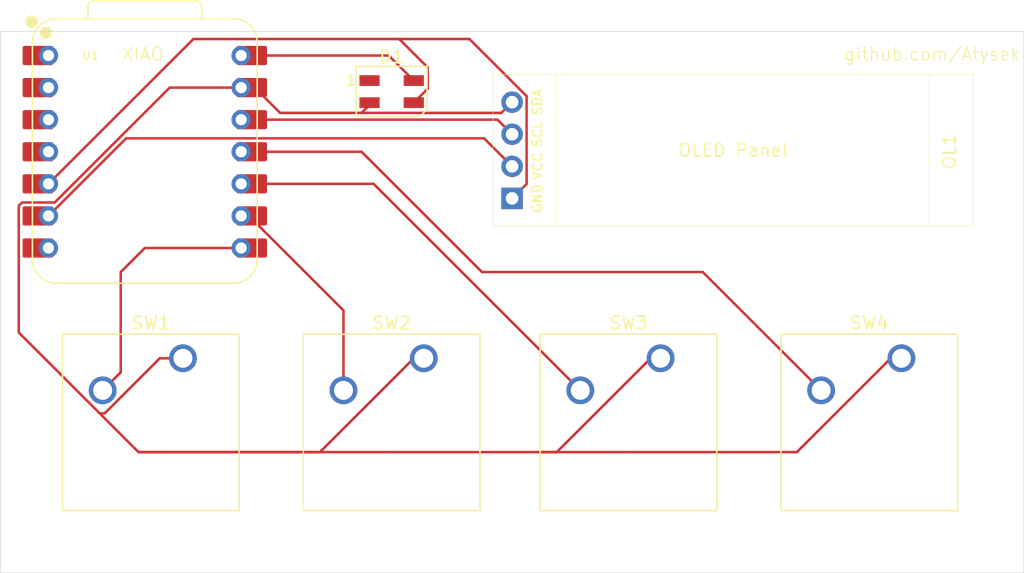
<source format=kicad_pcb>
(kicad_pcb (version 20241229) (generator "pcbnew") (generator_version "9.0")
  (layers (0 "F.Cu" signal) (2 "B.Cu" signal) (13 "F.Paste" user) (15 "B.Paste" user) (5 "F.SilkS" user "F.Silkscreen") (7 "B.SilkS" user "B.Silkscreen") (1 "F.Mask" user) (3 "B.Mask" user) (25 "Edge.Cuts" user))
  (net 0 "")
  (net 1 "+5V")
  (net 3 "Net-(D1-DIN)")
  (net 4 "GND")
  (net 5 "Net-(U1-GPIO1{slash}RX)")
  (net 6 "Net-(U1-GPIO2{slash}SCK)")
  (net 7 "Net-(U1-GPIO4{slash}MISO)")
  (net 8 "Net-(U1-GPIO3{slash}MOSI)")
  (net 12 "Net-(OL1-VCC)")
  (net 14 "Net-(OL1-SCL)")
  (footprint "Button_Switch_Keyboard:SW_Cherry_MX_1.00u_PCB" (layer "F.Cu") (at 121.285 99.695)
    (property "Reference" "SW3" (at -2.54 -2.794 0) (layer "F.SilkS"))
    (property "Value" "SW_Push")
    (fp_line (start -9.525 -1.905) (end 4.445 -1.905) (stroke (width 0.12)) (layer "F.SilkS"))
    (fp_line (start -9.525 12.065) (end -9.525 -1.905) (stroke (width 0.12)) (layer "F.SilkS"))
    (fp_line (start 4.445 -1.905) (end 4.445 12.065) (stroke (width 0.12)) (layer "F.SilkS"))
    (fp_line (start 4.445 12.065) (end -9.525 12.065) (stroke (width 0.12)) (layer "F.SilkS"))
    (pad "" np_thru_hole circle (at -7.62 5.08) (size 1.7 1.7) (drill 1.7) (layers "*.Cu" "*.Mask"))
    (pad "" np_thru_hole circle (at -2.54 5.08) (size 4 4) (drill 4) (layers "*.Cu" "*.Mask"))
    (pad "" np_thru_hole circle (at 2.54 5.08) (size 1.7 1.7) (drill 1.7) (layers "*.Cu" "*.Mask"))
    (pad "1" thru_hole circle (at 0 0) (size 2.2 2.2) (drill 1.5) (layers "*.Cu" "*.Mask") (net 4 "GND"))
    (pad "2" thru_hole circle (at -6.35 2.54) (size 2.2 2.2) (drill 1.5) (layers "*.Cu" "*.Mask") (net 7 "Net-(U1-GPIO4{slash}MISO)"))
  )
  (footprint "Button_Switch_Keyboard:SW_Cherry_MX_1.00u_PCB" (layer "F.Cu") (at 83.5025 99.695)
    (property "Reference" "SW1" (at -2.54 -2.794 0) (layer "F.SilkS"))
    (property "Value" "SW_Push")
    (fp_line (start -9.525 -1.905) (end 4.445 -1.905) (stroke (width 0.12)) (layer "F.SilkS"))
    (fp_line (start -9.525 12.065) (end -9.525 -1.905) (stroke (width 0.12)) (layer "F.SilkS"))
    (fp_line (start 4.445 -1.905) (end 4.445 12.065) (stroke (width 0.12)) (layer "F.SilkS"))
    (fp_line (start 4.445 12.065) (end -9.525 12.065) (stroke (width 0.12)) (layer "F.SilkS"))
    (pad "" np_thru_hole circle (at -7.62 5.08) (size 1.7 1.7) (drill 1.7) (layers "*.Cu" "*.Mask"))
    (pad "" np_thru_hole circle (at -2.54 5.08) (size 4 4) (drill 4) (layers "*.Cu" "*.Mask"))
    (pad "" np_thru_hole circle (at 2.54 5.08) (size 1.7 1.7) (drill 1.7) (layers "*.Cu" "*.Mask"))
    (pad "1" thru_hole circle (at 0 0) (size 2.2 2.2) (drill 1.5) (layers "*.Cu" "*.Mask") (net 4 "GND"))
    (pad "2" thru_hole circle (at -6.35 2.54) (size 2.2 2.2) (drill 1.5) (layers "*.Cu" "*.Mask") (net 5 "Net-(U1-GPIO1{slash}RX)"))
  )
  (footprint "OPL:XIAO-RP2040-DIP" (layer "F.Cu") (at 80.48625 83.34375)
    (property "Reference" "U1" (at -4.28625 -7.62 0) (layer "F.SilkS") (effects (font (size 0.635 0.635) (thickness 0.1016))))
    (property "Value" "XIAO-RP2040-DIP")
    (fp_line (start -8.89 8.509) (end -8.89 -8.636) (stroke (width 0.127)) (layer "F.SilkS"))
    (fp_line (start -6.985 10.414) (end 6.985 10.414) (stroke (width 0.127)) (layer "F.SilkS"))
    (fp_line (start -4.495 -10.541) (end -4.491272 -11.451272) (stroke (width 0.127)) (layer "F.SilkS"))
    (fp_line (start -3.991272 -11.951) (end 4.004 -11.951) (stroke (width 0.127)) (layer "F.SilkS"))
    (fp_line (start 4.504 -11.451) (end 4.504 -10.541) (stroke (width 0.127)) (layer "F.SilkS"))
    (fp_line (start 6.985 -10.541) (end -6.985 -10.541) (stroke (width 0.1)) (layer "F.SilkS"))
    (fp_line (start 6.985 -10.541) (end -6.985 -10.541) (stroke (width 0.127)) (layer "F.SilkS"))
    (fp_line (start 8.89 8.509) (end 8.89 -8.636) (stroke (width 0.127)) (layer "F.SilkS"))
    (fp_arc (start -8.89 -8.636) (mid -8.332038 -9.983038) (end -6.985 -10.541) (stroke (width 0.127)) (layer "F.SilkS"))
    (fp_arc (start -6.985 10.414) (mid -8.332038 9.856038) (end -8.89 8.509) (stroke (width 0.127)) (layer "F.SilkS"))
    (fp_arc (start -4.491272 -11.451272) (mid -4.344728 -11.80464) (end -3.991272 -11.951) (stroke (width 0.127)) (layer "F.SilkS"))
    (fp_arc (start 4.004 -11.951) (mid 4.357553 -11.804553) (end 4.504 -11.451) (stroke (width 0.127)) (layer "F.SilkS"))
    (fp_arc (start 6.985 -10.541) (mid 8.332038 -9.983038) (end 8.89 -8.636) (stroke (width 0.127)) (layer "F.SilkS"))
    (fp_arc (start 8.89 8.509) (mid 8.332038 9.856038) (end 6.985 10.414) (stroke (width 0.127)) (layer "F.SilkS"))
    (fp_circle (center -8.95 -10.3) (end -8.95 -10.554) (stroke (width 0.5)) (fill yes) (layer "F.SilkS"))
    (fp_circle (center -7.807 -9.42) (end -7.807 -9.674) (stroke (width 0.5)) (fill yes) (layer "F.SilkS"))
    (pad "1" smd roundrect (at -8.455 -7.62 180) (size 2.432 1.524) (layers "F.Cu" "F.Mask") (roundrect_rratio 0.1))
    (pad "1" thru_hole circle (at -7.62 -7.62 180) (size 1.524 1.524) (drill 0.889) (layers "*.Cu" "*.Mask"))
    (pad "2" smd roundrect (at -8.455 -5.08 180) (size 2.432 1.524) (layers "F.Cu" "F.Mask") (roundrect_rratio 0.1))
    (pad "2" thru_hole circle (at -7.62 -5.08 180) (size 1.524 1.524) (drill 0.889) (layers "*.Cu" "*.Mask"))
    (pad "3" smd roundrect (at -8.455 -2.54 180) (size 2.432 1.524) (layers "F.Cu" "F.Mask") (roundrect_rratio 0.1))
    (pad "3" thru_hole circle (at -7.62 -2.54 180) (size 1.524 1.524) (drill 0.889) (layers "*.Cu" "*.Mask"))
    (pad "4" smd roundrect (at -8.455 0 180) (size 2.432 1.524) (layers "F.Cu" "F.Mask") (roundrect_rratio 0.1))
    (pad "4" thru_hole circle (at -7.62 0 180) (size 1.524 1.524) (drill 0.889) (layers "*.Cu" "*.Mask"))
    (pad "5" smd roundrect (at -8.455 2.54 180) (size 2.432 1.524) (layers "F.Cu" "F.Mask") (roundrect_rratio 0.1) (net 3 "Net-(D1-DIN)"))
    (pad "5" thru_hole circle (at -7.62 2.54 180) (size 1.524 1.524) (drill 0.889) (layers "*.Cu" "*.Mask") (net 3 "Net-(D1-DIN)"))
    (pad "6" smd roundrect (at -8.455 5.08 180) (size 2.432 1.524) (layers "F.Cu" "F.Mask") (roundrect_rratio 0.1) (net 14 "Net-(OL1-SCL)"))
    (pad "6" thru_hole circle (at -7.62 5.08 180) (size 1.524 1.524) (drill 0.889) (layers "*.Cu" "*.Mask") (net 14 "Net-(OL1-SCL)"))
    (pad "7" smd roundrect (at -8.455 7.62 180) (size 2.432 1.524) (layers "F.Cu" "F.Mask") (roundrect_rratio 0.1))
    (pad "7" thru_hole circle (at -7.62 7.62 180) (size 1.524 1.524) (drill 0.889) (layers "*.Cu" "*.Mask"))
    (pad "8" thru_hole circle (at 7.62 7.62) (size 1.524 1.524) (drill 0.889) (layers "*.Cu" "*.Mask") (net 5 "Net-(U1-GPIO1{slash}RX)"))
    (pad "8" smd roundrect (at 8.455 7.62) (size 2.432 1.524) (layers "F.Cu" "F.Mask") (roundrect_rratio 0.1) (net 5 "Net-(U1-GPIO1{slash}RX)"))
    (pad "9" thru_hole circle (at 7.62 5.08) (size 1.524 1.524) (drill 0.889) (layers "*.Cu" "*.Mask") (net 6 "Net-(U1-GPIO2{slash}SCK)"))
    (pad "9" smd roundrect (at 8.455 5.08) (size 2.432 1.524) (layers "F.Cu" "F.Mask") (roundrect_rratio 0.1) (net 6 "Net-(U1-GPIO2{slash}SCK)"))
    (pad "10" thru_hole circle (at 7.62 2.54) (size 1.524 1.524) (drill 0.889) (layers "*.Cu" "*.Mask") (net 7 "Net-(U1-GPIO4{slash}MISO)"))
    (pad "10" smd roundrect (at 8.455 2.54) (size 2.432 1.524) (layers "F.Cu" "F.Mask") (roundrect_rratio 0.1) (net 7 "Net-(U1-GPIO4{slash}MISO)"))
    (pad "11" thru_hole circle (at 7.62 0) (size 1.524 1.524) (drill 0.889) (layers "*.Cu" "*.Mask") (net 8 "Net-(U1-GPIO3{slash}MOSI)"))
    (pad "11" smd roundrect (at 8.455 0) (size 2.432 1.524) (layers "F.Cu" "F.Mask") (roundrect_rratio 0.1) (net 8 "Net-(U1-GPIO3{slash}MOSI)"))
    (pad "12" thru_hole circle (at 7.62 -2.54) (size 1.524 1.524) (drill 0.889) (layers "*.Cu" "*.Mask") (net 12 "Net-(OL1-VCC)"))
    (pad "12" smd roundrect (at 8.455 -2.54) (size 2.432 1.524) (layers "F.Cu" "F.Mask") (roundrect_rratio 0.1) (net 12 "Net-(OL1-VCC)"))
    (pad "13" thru_hole circle (at 7.62 -5.08) (size 1.524 1.524) (drill 0.889) (layers "*.Cu" "*.Mask") (net 4 "GND"))
    (pad "13" smd roundrect (at 8.455 -5.08) (size 2.432 1.524) (layers "F.Cu" "F.Mask") (roundrect_rratio 0.1) (net 4 "GND"))
    (pad "14" thru_hole circle (at 7.62 -7.62) (size 1.524 1.524) (drill 0.889) (layers "*.Cu" "*.Mask") (net 1 "+5V"))
    (pad "14" smd roundrect (at 8.455 -7.62) (size 2.432 1.524) (layers "F.Cu" "F.Mask") (roundrect_rratio 0.1) (net 1 "+5V"))
  )
  (footprint "oled:SSD1306-0.91-OLED-4pin-128x32" (layer "F.Cu") (at 146.0375 89.22875 180)
    (property "Reference" "OL1" (at 1.9 5.91 90) (layer "F.SilkS"))
    (property "Value" "OLED")
    (fp_line (start 38 12) (end 38 0) (stroke (width 0.04)) (layer "F.SilkS"))
    (fp_line (start 38 0) (end 0 0) (stroke (width 0.04)) (layer "F.SilkS"))
    (fp_line (start 33 0) (end 33 12) (stroke (width 0.04)) (layer "F.SilkS"))
    (fp_line (start 3.5 0) (end 3.5 12) (stroke (width 0.04)) (layer "F.SilkS"))
    (fp_line (start 0 12) (end 38 12) (stroke (width 0.04)) (layer "F.SilkS"))
    (fp_line (start 0 0) (end 0 12) (stroke (width 0.04)) (layer "F.SilkS"))
    (fp_text user "SCL" (at 34.5 7.27 90) (layer "F.SilkS") (effects (font (size 0.75 0.75))))
    (fp_text user "VCC" (at 34.5 4.73 90) (layer "F.SilkS") (effects (font (size 0.75 0.75))))
    (fp_text user "SDA" (at 34.5 9.81 90) (layer "F.SilkS") (effects (font (size 0.75 0.75))))
    (fp_text user "OLED Panel" (at 19 6 0) (layer "F.SilkS"))
    (fp_text user "GND" (at 34.5 2.19 90) (layer "F.SilkS") (effects (font (size 0.75 0.75))))
    (pad "1" thru_hole rect (at 36.5 2.19 180) (size 1.7 1.7) (drill 1) (layers "*.Cu" "*.Mask") (net 3 "Net-(D1-DIN)"))
    (pad "2" thru_hole oval (at 36.5 4.73 180) (size 1.7 1.7) (drill 1) (layers "*.Cu" "*.Mask") (net 14 "Net-(OL1-SCL)"))
    (pad "3" thru_hole oval (at 36.5 7.27 180) (size 1.7 1.7) (drill 1) (layers "*.Cu" "*.Mask") (net 12 "Net-(OL1-VCC)"))
    (pad "4" thru_hole oval (at 36.5 9.81 180) (size 1.7 1.7) (drill 1) (layers "*.Cu" "*.Mask") (net 4 "GND"))
  )
  (footprint "LED_SMD:LED_SK6812MINI_PLCC4_3.5x3.5mm_P1.75mm" (layer "F.Cu") (at 100.0125 78.58125)
    (property "Reference" "D1" (at 0 -2.75 0) (layer "F.SilkS"))
    (property "Value" "SK6812MINI")
    (fp_line (start -2.8 -2) (end -2.8 2) (stroke (width 0.12)) (layer "F.SilkS"))
    (fp_line (start -2.8 -2) (end 2.8 -2) (stroke (width 0.12)) (layer "F.SilkS"))
    (fp_line (start -2.8 2) (end 2.2 2) (stroke (width 0.12)) (layer "F.SilkS"))
    (fp_line (start 2.8 1.4) (end 2.2 2) (stroke (width 0.12)) (layer "F.SilkS"))
    (fp_line (start 2.8 1.4) (end 2.8 -2) (stroke (width 0.12)) (layer "F.SilkS"))
    (fp_text user "1" (at -3.2 -0.875 0) (layer "F.SilkS") (effects (font (size 0.8 0.8))))
    (pad "1" smd rect (at -1.75 -0.875) (size 1.6 0.85) (layers "F.Cu" "F.Mask" "F.Paste"))
    (pad "2" smd rect (at -1.75 0.875) (size 1.6 0.85) (layers "F.Cu" "F.Mask" "F.Paste") (net 4 "GND"))
    (pad "3" smd rect (at 1.75 0.875) (size 1.6 0.85) (layers "F.Cu" "F.Mask" "F.Paste") (net 3 "Net-(D1-DIN)"))
    (pad "4" smd rect (at 1.75 -0.875) (size 1.6 0.85) (layers "F.Cu" "F.Mask" "F.Paste") (net 1 "+5V"))
  )
  (footprint "Button_Switch_Keyboard:SW_Cherry_MX_1.00u_PCB" (layer "F.Cu") (at 102.5525 99.695)
    (property "Reference" "SW2" (at -2.54 -2.794 0) (layer "F.SilkS"))
    (property "Value" "SW_Push")
    (fp_line (start -9.525 -1.905) (end 4.445 -1.905) (stroke (width 0.12)) (layer "F.SilkS"))
    (fp_line (start -9.525 12.065) (end -9.525 -1.905) (stroke (width 0.12)) (layer "F.SilkS"))
    (fp_line (start 4.445 -1.905) (end 4.445 12.065) (stroke (width 0.12)) (layer "F.SilkS"))
    (fp_line (start 4.445 12.065) (end -9.525 12.065) (stroke (width 0.12)) (layer "F.SilkS"))
    (pad "" np_thru_hole circle (at -7.62 5.08) (size 1.7 1.7) (drill 1.7) (layers "*.Cu" "*.Mask"))
    (pad "" np_thru_hole circle (at -2.54 5.08) (size 4 4) (drill 4) (layers "*.Cu" "*.Mask"))
    (pad "" np_thru_hole circle (at 2.54 5.08) (size 1.7 1.7) (drill 1.7) (layers "*.Cu" "*.Mask"))
    (pad "1" thru_hole circle (at 0 0) (size 2.2 2.2) (drill 1.5) (layers "*.Cu" "*.Mask") (net 4 "GND"))
    (pad "2" thru_hole circle (at -6.35 2.54) (size 2.2 2.2) (drill 1.5) (layers "*.Cu" "*.Mask") (net 6 "Net-(U1-GPIO2{slash}SCK)"))
  )
  (footprint "Button_Switch_Keyboard:SW_Cherry_MX_1.00u_PCB" (layer "F.Cu") (at 140.335 99.695)
    (property "Reference" "SW4" (at -2.54 -2.794 0) (layer "F.SilkS"))
    (property "Value" "SW_Push")
    (fp_line (start -9.525 -1.905) (end 4.445 -1.905) (stroke (width 0.12)) (layer "F.SilkS"))
    (fp_line (start -9.525 12.065) (end -9.525 -1.905) (stroke (width 0.12)) (layer "F.SilkS"))
    (fp_line (start 4.445 -1.905) (end 4.445 12.065) (stroke (width 0.12)) (layer "F.SilkS"))
    (fp_line (start 4.445 12.065) (end -9.525 12.065) (stroke (width 0.12)) (layer "F.SilkS"))
    (pad "" np_thru_hole circle (at -7.62 5.08) (size 1.7 1.7) (drill 1.7) (layers "*.Cu" "*.Mask"))
    (pad "" np_thru_hole circle (at -2.54 5.08) (size 4 4) (drill 4) (layers "*.Cu" "*.Mask"))
    (pad "" np_thru_hole circle (at 2.54 5.08) (size 1.7 1.7) (drill 1.7) (layers "*.Cu" "*.Mask"))
    (pad "1" thru_hole circle (at 0 0) (size 2.2 2.2) (drill 1.5) (layers "*.Cu" "*.Mask") (net 4 "GND"))
    (pad "2" thru_hole circle (at -6.35 2.54) (size 2.2 2.2) (drill 1.5) (layers "*.Cu" "*.Mask") (net 8 "Net-(U1-GPIO3{slash}MOSI)"))
  )
  (gr_rect (start 69.05625 73.81875) (end 150.01875 116.68125) (stroke (width 0.05)) (fill no) (layer "Edge.Cuts"))
  (gr_text "github.com/Atysek" (at 135.73125 76.2 0) (layer "F.SilkS") (effects (font (size 1 1) (thickness 0.1)) (justify left bottom)))
  (gr_text "XIAO " (at 78.58125 76.2 0) (layer "F.SilkS") (effects (font (size 1 1) (thickness 0.1)) (justify left bottom)))
  (segment (start 101.7625 77.70625) (end 99.78 75.72375) (width 0.2) (layer "F.Cu") (net 1))
  (segment (start 99.78 75.72375) (end 88.10625 75.72375) (width 0.2) (layer "F.Cu") (net 1))
  (segment (start 102.8635 78.35525) (end 102.8635 76.66975) (width 0.2) (layer "F.Cu") (net 3))
  (segment (start 71.78862 85.88375) (end 72.86625 85.88375) (width 0.2) (layer "F.Cu") (net 3))
  (segment (start 100.6135 74.41975) (end 84.33025 74.41975) (width 0.2) (layer "F.Cu") (net 3))
  (segment (start 101.7625 79.45625) (end 102.8635 78.35525) (width 0.2) (layer "F.Cu") (net 3))
  (segment (start 84.33025 74.41975) (end 72.86625 85.88375) (width 0.2) (layer "F.Cu") (net 3))
  (segment (start 102.8635 76.66975) (end 100.6135 74.41975) (width 0.2) (layer "F.Cu") (net 3))
  (segment (start 110.6885 78.94199) (end 106.16626 74.41975) (width 0.2) (layer "F.Cu") (net 3))
  (segment (start 110.6885 85.88775) (end 110.6885 78.94199) (width 0.2) (layer "F.Cu") (net 3))
  (segment (start 109.5375 87.03875) (end 110.6885 85.88775) (width 0.2) (layer "F.Cu") (net 3))
  (segment (start 106.16626 74.41975) (end 100.6135 74.41975) (width 0.2) (layer "F.Cu") (net 3))
  (segment (start 111.91875 107.126) (end 132.06247 107.126) (width 0.2) (layer "F.Cu") (net 4))
  (segment (start 79.988684 107.126) (end 94.336684 107.126) (width 0.2) (layer "F.Cu") (net 4))
  (segment (start 139.49347 99.695) (end 140.335 99.695) (width 0.2) (layer "F.Cu") (net 4))
  (segment (start 81.673814 99.695) (end 83.5025 99.695) (width 0.2) (layer "F.Cu") (net 4))
  (segment (start 70.775624 87.36075) (end 73.36215 87.36075) (width 0.2) (layer "F.Cu") (net 4))
  (segment (start 76.918842 104.056158) (end 70.51425 97.651566) (width 0.2) (layer "F.Cu") (net 4))
  (segment (start 81.673814 99.695) (end 77.312656 104.056158) (width 0.2) (layer "F.Cu") (net 4))
  (segment (start 73.36215 87.36075) (end 82.45915 78.26375) (width 0.2) (layer "F.Cu") (net 4))
  (segment (start 70.51425 87.622124) (end 70.775624 87.36075) (width 0.2) (layer "F.Cu") (net 4))
  (segment (start 108.6875 80.26875) (end 97.63125 80.26875) (width 0.2) (layer "F.Cu") (net 4))
  (segment (start 97.63125 80.26875) (end 91.18888 80.26875) (width 0.2) (layer "F.Cu") (net 4))
  (segment (start 113.069184 107.126) (end 120.500184 99.695) (width 0.2) (layer "F.Cu") (net 4))
  (segment (start 132.06247 107.126) (end 139.49347 99.695) (width 0.2) (layer "F.Cu") (net 4))
  (segment (start 109.5375 79.41875) (end 108.6875 80.26875) (width 0.2) (layer "F.Cu") (net 4))
  (segment (start 120.500184 99.695) (end 121.285 99.695) (width 0.2) (layer "F.Cu") (net 4))
  (segment (start 98.2625 79.45625) (end 98.2625 79.6375) (width 0.2) (layer "F.Cu") (net 4))
  (segment (start 77.312656 104.056158) (end 76.918842 104.056158) (width 0.2) (layer "F.Cu") (net 4))
  (segment (start 89.18388 78.26375) (end 88.10625 78.26375) (width 0.2) (layer "F.Cu") (net 4))
  (segment (start 79.988684 107.126) (end 111.91875 107.126) (width 0.2) (layer "F.Cu") (net 4))
  (segment (start 91.18888 80.26875) (end 89.18388 78.26375) (width 0.2) (layer "F.Cu") (net 4))
  (segment (start 82.45915 78.26375) (end 88.10625 78.26375) (width 0.2) (layer "F.Cu") (net 4))
  (segment (start 101.767684 99.695) (end 102.5525 99.695) (width 0.2) (layer "F.Cu") (net 4))
  (segment (start 111.91875 107.126) (end 113.069184 107.126) (width 0.2) (layer "F.Cu") (net 4))
  (segment (start 70.51425 97.651566) (end 70.51425 87.622124) (width 0.2) (layer "F.Cu") (net 4))
  (segment (start 98.2625 79.6375) (end 97.63125 80.26875) (width 0.2) (layer "F.Cu") (net 4))
  (segment (start 76.918842 104.056158) (end 79.988684 107.126) (width 0.2) (layer "F.Cu") (net 4))
  (segment (start 94.336684 107.126) (end 101.767684 99.695) (width 0.2) (layer "F.Cu") (net 4))
  (segment (start 78.58125 100.80625) (end 77.1525 102.235) (width 0.2) (layer "F.Cu") (net 5))
  (segment (start 78.58125 92.86875) (end 80.48625 90.96375) (width 0.2) (layer "F.Cu") (net 5))
  (segment (start 78.58125 92.86875) (end 78.58125 100.80625) (width 0.2) (layer "F.Cu") (net 5))
  (segment (start 80.48625 90.96375) (end 88.10625 90.96375) (width 0.2) (layer "F.Cu") (net 5))
  (segment (start 88.719876 88.42375) (end 96.2025 95.906374) (width 0.2) (layer "F.Cu") (net 6))
  (segment (start 88.10625 88.42375) (end 88.719876 88.42375) (width 0.2) (layer "F.Cu") (net 6))
  (segment (start 88.10625 89.05875) (end 88.94125 89.05875) (width 0.2) (layer "F.Cu") (net 6))
  (segment (start 96.2025 95.906374) (end 96.2025 102.235) (width 0.2) (layer "F.Cu") (net 6))
  (segment (start 88.10625 86.51875) (end 89.18388 86.51875) (width 0.2) (layer "F.Cu") (net 7))
  (segment (start 88.10625 85.88375) (end 98.58375 85.88375) (width 0.2) (layer "F.Cu") (net 7))
  (segment (start 98.58375 85.88375) (end 114.935 102.235) (width 0.2) (layer "F.Cu") (net 7))
  (segment (start 124.61875 92.86875) (end 133.985 102.235) (width 0.2) (layer "F.Cu") (net 8))
  (segment (start 107.15625 92.86875) (end 124.61875 92.86875) (width 0.2) (layer "F.Cu") (net 8))
  (segment (start 88.10625 83.34375) (end 97.63125 83.34375) (width 0.2) (layer "F.Cu") (net 8))
  (segment (start 97.63125 83.34375) (end 107.15625 92.86875) (width 0.2) (layer "F.Cu") (net 8))
  (segment (start 109.5375 81.95875) (end 108.3825 80.80375) (width 0.2) (layer "F.Cu") (net 12))
  (segment (start 88.10625 80.80375) (end 88.76825 81.46575) (width 0.2) (layer "F.Cu") (net 12))
  (segment (start 108.3825 80.80375) (end 88.10625 80.80375) (width 0.2) (layer "F.Cu") (net 12))
  (segment (start 109.5375 84.49875) (end 107.3195 82.28075) (width 0.2) (layer "F.Cu") (net 14))
  (segment (start 79.00925 82.28075) (end 72.86625 88.42375) (width 0.2) (layer "F.Cu") (net 14))
  (segment (start 107.3195 82.28075) (end 79.00925 82.28075) (width 0.2) (layer "F.Cu") (net 14))
)
</source>
